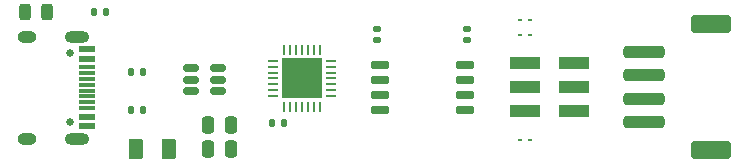
<source format=gbr>
%TF.GenerationSoftware,KiCad,Pcbnew,8.0.4+dfsg-1*%
%TF.CreationDate,2024-12-02T22:27:05+01:00*%
%TF.ProjectId,usb-serial,7573622d-7365-4726-9961-6c2e6b696361,rev?*%
%TF.SameCoordinates,Original*%
%TF.FileFunction,Soldermask,Top*%
%TF.FilePolarity,Negative*%
%FSLAX46Y46*%
G04 Gerber Fmt 4.6, Leading zero omitted, Abs format (unit mm)*
G04 Created by KiCad (PCBNEW 8.0.4+dfsg-1) date 2024-12-02 22:27:05*
%MOMM*%
%LPD*%
G01*
G04 APERTURE LIST*
G04 Aperture macros list*
%AMRoundRect*
0 Rectangle with rounded corners*
0 $1 Rounding radius*
0 $2 $3 $4 $5 $6 $7 $8 $9 X,Y pos of 4 corners*
0 Add a 4 corners polygon primitive as box body*
4,1,4,$2,$3,$4,$5,$6,$7,$8,$9,$2,$3,0*
0 Add four circle primitives for the rounded corners*
1,1,$1+$1,$2,$3*
1,1,$1+$1,$4,$5*
1,1,$1+$1,$6,$7*
1,1,$1+$1,$8,$9*
0 Add four rect primitives between the rounded corners*
20,1,$1+$1,$2,$3,$4,$5,0*
20,1,$1+$1,$4,$5,$6,$7,0*
20,1,$1+$1,$6,$7,$8,$9,0*
20,1,$1+$1,$8,$9,$2,$3,0*%
G04 Aperture macros list end*
%ADD10RoundRect,0.062500X0.117500X0.062500X-0.117500X0.062500X-0.117500X-0.062500X0.117500X-0.062500X0*%
%ADD11RoundRect,0.135000X0.135000X0.185000X-0.135000X0.185000X-0.135000X-0.185000X0.135000X-0.185000X0*%
%ADD12RoundRect,0.140000X0.170000X-0.140000X0.170000X0.140000X-0.170000X0.140000X-0.170000X-0.140000X0*%
%ADD13RoundRect,0.150000X-0.650000X-0.150000X0.650000X-0.150000X0.650000X0.150000X-0.650000X0.150000X0*%
%ADD14RoundRect,0.243750X0.243750X0.456250X-0.243750X0.456250X-0.243750X-0.456250X0.243750X-0.456250X0*%
%ADD15RoundRect,0.062500X-0.337500X-0.062500X0.337500X-0.062500X0.337500X0.062500X-0.337500X0.062500X0*%
%ADD16RoundRect,0.062500X-0.062500X-0.337500X0.062500X-0.337500X0.062500X0.337500X-0.062500X0.337500X0*%
%ADD17R,3.350000X3.350000*%
%ADD18RoundRect,0.250000X0.250000X0.475000X-0.250000X0.475000X-0.250000X-0.475000X0.250000X-0.475000X0*%
%ADD19R,2.580000X1.000000*%
%ADD20RoundRect,0.250000X1.500000X-0.250000X1.500000X0.250000X-1.500000X0.250000X-1.500000X-0.250000X0*%
%ADD21RoundRect,0.250001X1.449999X-0.499999X1.449999X0.499999X-1.449999X0.499999X-1.449999X-0.499999X0*%
%ADD22RoundRect,0.250000X-0.250000X-0.475000X0.250000X-0.475000X0.250000X0.475000X-0.250000X0.475000X0*%
%ADD23C,0.650000*%
%ADD24R,1.450000X0.600000*%
%ADD25R,1.450000X0.300000*%
%ADD26O,2.100000X1.000000*%
%ADD27O,1.600000X1.000000*%
%ADD28RoundRect,0.150000X0.512500X0.150000X-0.512500X0.150000X-0.512500X-0.150000X0.512500X-0.150000X0*%
%ADD29RoundRect,0.250000X0.375000X0.625000X-0.375000X0.625000X-0.375000X-0.625000X0.375000X-0.625000X0*%
G04 APERTURE END LIST*
D10*
%TO.C,D3*%
X43180000Y-16510000D03*
X44020000Y-16510000D03*
%TD*%
%TO.C,D4*%
X43180000Y-25400000D03*
X44020000Y-25400000D03*
%TD*%
D11*
%TO.C,R3*%
X11305000Y-19685000D03*
X10285000Y-19685000D03*
%TD*%
%TO.C,R12*%
X8130000Y-14605000D03*
X7110000Y-14605000D03*
%TD*%
D12*
%TO.C,C3*%
X31115000Y-16990000D03*
X31115000Y-16030000D03*
%TD*%
D13*
%TO.C,U1*%
X31325000Y-19050000D03*
X31325000Y-20320000D03*
X31325000Y-21590000D03*
X31325000Y-22860000D03*
X38525000Y-22860000D03*
X38525000Y-21590000D03*
X38525000Y-20320000D03*
X38525000Y-19050000D03*
%TD*%
D14*
%TO.C,D1*%
X3175000Y-14605000D03*
X1300000Y-14605000D03*
%TD*%
D15*
%TO.C,U6*%
X22315000Y-18730000D03*
X22315000Y-19230000D03*
X22315000Y-19730000D03*
X22315000Y-20230000D03*
X22315000Y-20730000D03*
X22315000Y-21230000D03*
X22315000Y-21730000D03*
D16*
X23265000Y-22680000D03*
X23765000Y-22680000D03*
X24265000Y-22680000D03*
X24765000Y-22680000D03*
X25265000Y-22680000D03*
X25765000Y-22680000D03*
X26265000Y-22680000D03*
D15*
X27215000Y-21730000D03*
X27215000Y-21230000D03*
X27215000Y-20730000D03*
X27215000Y-20230000D03*
X27215000Y-19730000D03*
X27215000Y-19230000D03*
X27215000Y-18730000D03*
D16*
X26265000Y-17780000D03*
X25765000Y-17780000D03*
X25265000Y-17780000D03*
X24765000Y-17780000D03*
X24265000Y-17780000D03*
X23765000Y-17780000D03*
X23265000Y-17780000D03*
D17*
X24765000Y-20230000D03*
%TD*%
D10*
%TO.C,D5*%
X43180000Y-15240000D03*
X44020000Y-15240000D03*
%TD*%
D18*
%TO.C,C2*%
X18730000Y-26165000D03*
X16830000Y-26165000D03*
%TD*%
D11*
%TO.C,R9*%
X23245000Y-24040000D03*
X22225000Y-24040000D03*
%TD*%
%TO.C,R4*%
X11305000Y-22860000D03*
X10285000Y-22860000D03*
%TD*%
D19*
%TO.C,J1*%
X43635000Y-18955000D03*
X47805000Y-18955000D03*
X43635000Y-20955000D03*
X47805000Y-20955000D03*
X43635000Y-22955000D03*
X47805000Y-22955000D03*
%TD*%
D20*
%TO.C,J2*%
X53665000Y-23955000D03*
X53665000Y-21955000D03*
X53665000Y-19955000D03*
X53665000Y-17955000D03*
D21*
X59415000Y-26305000D03*
X59415000Y-15605000D03*
%TD*%
D22*
%TO.C,C1*%
X16830000Y-24130000D03*
X18730000Y-24130000D03*
%TD*%
D23*
%TO.C,USB1*%
X5140000Y-18110000D03*
X5140000Y-23890000D03*
D24*
X6585000Y-17750000D03*
X6585000Y-18550000D03*
D25*
X6585000Y-19750000D03*
X6585000Y-20750000D03*
X6585000Y-21250000D03*
X6585000Y-22250000D03*
D24*
X6585000Y-23450000D03*
X6585000Y-24250000D03*
D25*
X6585000Y-22750000D03*
X6585000Y-21750000D03*
X6585000Y-20250000D03*
X6585000Y-19250000D03*
D26*
X5670000Y-16680000D03*
D27*
X1490000Y-16680000D03*
D26*
X5670000Y-25320000D03*
D27*
X1490000Y-25320000D03*
%TD*%
D28*
%TO.C,U3*%
X17647500Y-21270000D03*
X17647500Y-20320000D03*
X17647500Y-19370000D03*
X15372500Y-19370000D03*
X15372500Y-20320000D03*
X15372500Y-21270000D03*
%TD*%
D12*
%TO.C,C7*%
X38735000Y-16990000D03*
X38735000Y-16030000D03*
%TD*%
D29*
%TO.C,F1*%
X13465000Y-26165000D03*
X10665000Y-26165000D03*
%TD*%
M02*

</source>
